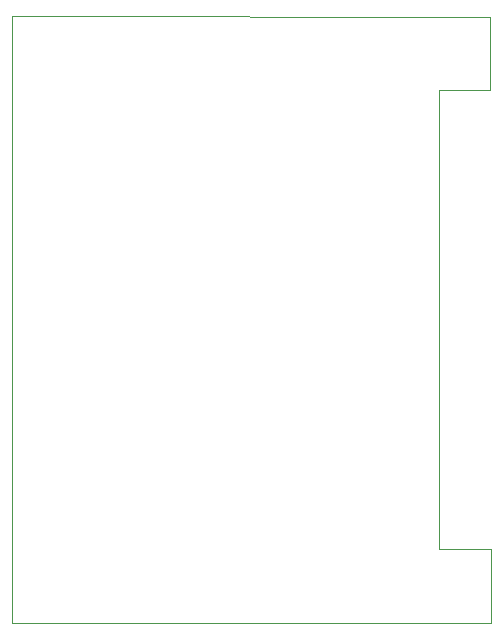
<source format=gm1>
G04 #@! TF.GenerationSoftware,KiCad,Pcbnew,(5.1.10)-1*
G04 #@! TF.CreationDate,2022-01-06T01:02:44-05:00*
G04 #@! TF.ProjectId,Charge_Pump,43686172-6765-45f5-9075-6d702e6b6963,rev?*
G04 #@! TF.SameCoordinates,Original*
G04 #@! TF.FileFunction,Profile,NP*
%FSLAX46Y46*%
G04 Gerber Fmt 4.6, Leading zero omitted, Abs format (unit mm)*
G04 Created by KiCad (PCBNEW (5.1.10)-1) date 2022-01-06 01:02:44*
%MOMM*%
%LPD*%
G01*
G04 APERTURE LIST*
G04 #@! TA.AperFunction,Profile*
%ADD10C,0.050000*%
G04 #@! TD*
G04 APERTURE END LIST*
D10*
X156792000Y-78170000D02*
X156792000Y-129540000D01*
X197231000Y-78232000D02*
X156792000Y-78170000D01*
X197231000Y-84455000D02*
X197231000Y-78232000D01*
X192913000Y-84455000D02*
X197231000Y-84455000D01*
X192913000Y-123317000D02*
X192913000Y-84455000D01*
X197358000Y-129540000D02*
X156792000Y-129540000D01*
X197358000Y-123317000D02*
X197358000Y-129540000D01*
X192913000Y-123317000D02*
X197358000Y-123317000D01*
M02*

</source>
